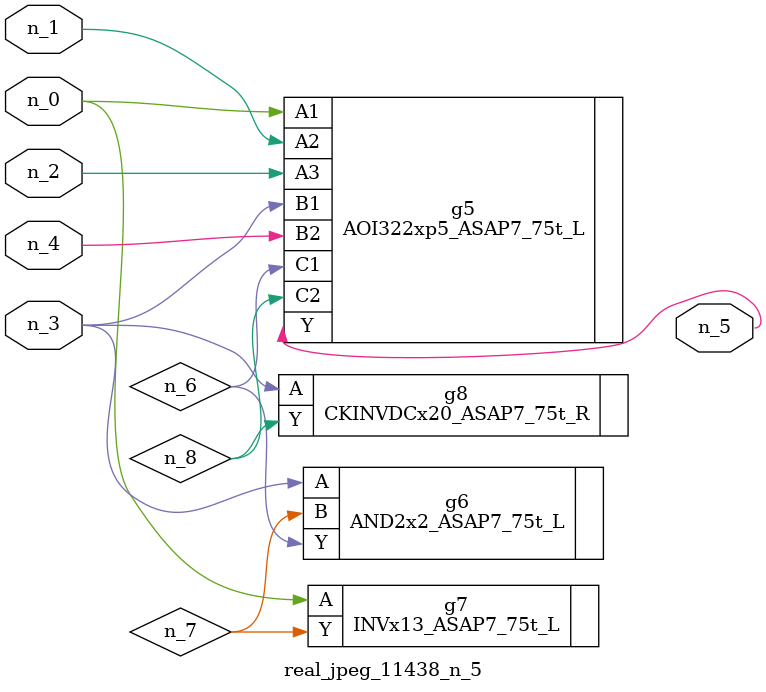
<source format=v>
module real_jpeg_11438_n_5 (n_4, n_0, n_1, n_2, n_3, n_5);

input n_4;
input n_0;
input n_1;
input n_2;
input n_3;

output n_5;

wire n_8;
wire n_6;
wire n_7;

AOI322xp5_ASAP7_75t_L g5 ( 
.A1(n_0),
.A2(n_1),
.A3(n_2),
.B1(n_3),
.B2(n_4),
.C1(n_6),
.C2(n_8),
.Y(n_5)
);

INVx13_ASAP7_75t_L g7 ( 
.A(n_0),
.Y(n_7)
);

AND2x2_ASAP7_75t_L g6 ( 
.A(n_3),
.B(n_7),
.Y(n_6)
);

CKINVDCx20_ASAP7_75t_R g8 ( 
.A(n_3),
.Y(n_8)
);


endmodule
</source>
